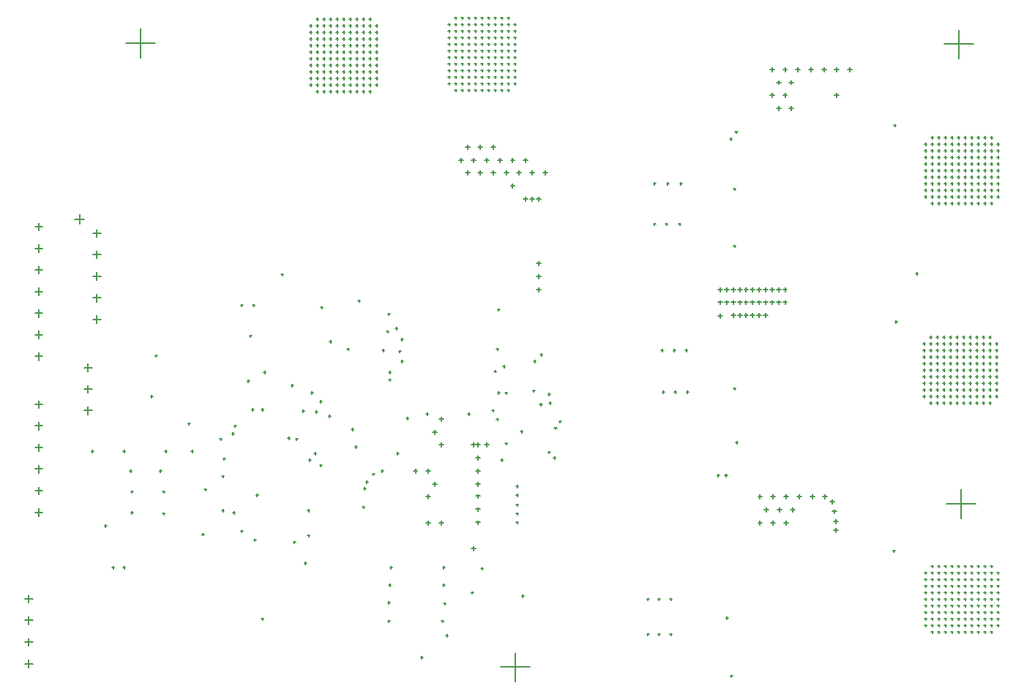
<source format=gbr>
%FSTAX23Y23*%
%MOIN*%
%SFA1B1*%

%IPPOS*%
%ADD123C,0.005000*%
%LNpcb_drillmap_1-1*%
%LPD*%
G54D123*
X06728Y0233D02*
X06861D01*
X06795Y02263D02*
Y02396D01*
X06718Y04425D02*
X06851D01*
X06785Y04358D02*
Y04491D01*
X04698Y01585D02*
X04831D01*
X04765Y01518D02*
Y01651D01*
X02993Y0443D02*
X03126D01*
X0306Y04363D02*
Y04496D01*
X02577Y02291D02*
X02612D01*
X02595Y02273D02*
Y02309D01*
X02577Y0239D02*
X02612D01*
X02595Y02372D02*
Y02407D01*
X02577Y02488D02*
X02612D01*
X02595Y0247D02*
Y02506D01*
X02577Y02586D02*
X02612D01*
X02595Y02569D02*
Y02604D01*
X02577Y02685D02*
X02612D01*
X02595Y02667D02*
Y02703D01*
X02577Y02783D02*
X02612D01*
X02595Y02765D02*
Y02801D01*
X02577Y03592D02*
X02612D01*
X02595Y03575D02*
Y0361D01*
X02577Y03494D02*
X02612D01*
X02595Y03476D02*
Y03512D01*
X02577Y03396D02*
X02612D01*
X02595Y03378D02*
Y03413D01*
X02577Y03297D02*
X02612D01*
X02595Y03279D02*
Y03315D01*
X02577Y03199D02*
X02612D01*
X02595Y03181D02*
Y03216D01*
X02577Y031D02*
X02612D01*
X02595Y03083D02*
Y03118D01*
X02577Y03002D02*
X02612D01*
X02595Y02984D02*
Y0302D01*
X02842Y03564D02*
X02877D01*
X0286Y03546D02*
Y03581D01*
X02842Y03465D02*
X02877D01*
X0286Y03448D02*
Y03483D01*
X02842Y03367D02*
X02877D01*
X0286Y03349D02*
Y03385D01*
X02842Y03268D02*
X02877D01*
X0286Y03251D02*
Y03286D01*
X02842Y0317D02*
X02877D01*
X0286Y03152D02*
Y03188D01*
X02759Y03627D02*
X02802D01*
X02781Y03605D02*
Y03648D01*
X02802Y02755D02*
X02837D01*
X0282Y02737D02*
Y02772D01*
X02802Y02853D02*
X02837D01*
X0282Y02835D02*
Y02871D01*
X02802Y02951D02*
X02837D01*
X0282Y02934D02*
Y02969D01*
X02532Y01896D02*
X02567D01*
X0255Y01879D02*
Y01914D01*
X02532Y01798D02*
X02567D01*
X0255Y0178D02*
Y01816D01*
X02532Y017D02*
X02567D01*
X0255Y01682D02*
Y01717D01*
X02532Y01601D02*
X02567D01*
X0255Y01583D02*
Y01619D01*
X03159Y02385D02*
X0317D01*
X03165Y02379D02*
Y0239D01*
X03159Y02285D02*
X0317D01*
X03165Y02279D02*
Y0229D01*
X05394Y0379D02*
X05405D01*
X054Y03784D02*
Y03795D01*
X04709Y02956D02*
X0472D01*
X04715Y0295D02*
Y02962D01*
X04669Y02934D02*
X0468D01*
X04675Y02928D02*
Y0294D01*
X04684Y02836D02*
X04695D01*
X0469Y0283D02*
Y02842D01*
X04719Y02835D02*
X0473D01*
X04725Y02829D02*
Y0284D01*
X04189Y02895D02*
X042D01*
X04195Y02889D02*
Y02901D01*
X04189Y0293D02*
X042D01*
X04195Y02924D02*
Y02935D01*
X05984Y03307D02*
X06003D01*
X05994Y03297D02*
Y03316D01*
X05954Y03248D02*
X05974D01*
X05964Y03238D02*
Y03257D01*
X05925Y03307D02*
X05944D01*
X05935Y03297D02*
Y03316D01*
X05895Y03248D02*
X05915D01*
X05905Y03238D02*
Y03257D01*
X05866Y03307D02*
X05885D01*
X05875Y03297D02*
Y03316D01*
X05836Y03248D02*
X05856D01*
X05846Y03238D02*
Y03257D01*
X05866Y03188D02*
X05885D01*
X05875Y03179D02*
Y03198D01*
X05807Y03307D02*
X05826D01*
X05816Y03297D02*
Y03316D01*
X05777Y03248D02*
X05797D01*
X05787Y03238D02*
Y03257D01*
X05807Y03188D02*
X05826D01*
X05816Y03179D02*
Y03198D01*
X05748Y03307D02*
X05767D01*
X05757Y03297D02*
Y03316D01*
X05718Y03248D02*
X05738D01*
X05728Y03238D02*
Y03257D01*
X05748Y03188D02*
X05767D01*
X05757Y03179D02*
Y03198D01*
X05688Y03307D02*
X05708D01*
X05698Y03297D02*
Y03316D01*
X04891Y03838D02*
X04911D01*
X04901Y03828D02*
Y03848D01*
X04832Y03838D02*
X04852D01*
X04842Y03828D02*
Y03848D01*
X04832Y0372D02*
X04852D01*
X04842Y0371D02*
Y0373D01*
X04862Y03425D02*
X04881D01*
X04872Y03415D02*
Y03435D01*
X04862Y03307D02*
X04881D01*
X04872Y03297D02*
Y03316D01*
X04803Y03897D02*
X04822D01*
X04812Y03887D02*
Y03907D01*
X04773Y03838D02*
X04793D01*
X04783Y03828D02*
Y03848D01*
X04744Y03897D02*
X04763D01*
X04753Y03887D02*
Y03907D01*
X04714Y03838D02*
X04734D01*
X04724Y03828D02*
Y03848D01*
X04744Y03779D02*
X04763D01*
X04753Y03769D02*
Y03789D01*
X04655Y03956D02*
X04675D01*
X04665Y03946D02*
Y03966D01*
X04685Y03897D02*
X04704D01*
X04694Y03887D02*
Y03907D01*
X04655Y03838D02*
X04675D01*
X04665Y03828D02*
Y03848D01*
X04596Y03956D02*
X04616D01*
X04606Y03946D02*
Y03966D01*
X04625Y03897D02*
X04645D01*
X04635Y03887D02*
Y03907D01*
X04596Y03838D02*
X04616D01*
X04606Y03828D02*
Y03848D01*
X04537Y03956D02*
X04557D01*
X04547Y03946D02*
Y03966D01*
X04566Y03897D02*
X04586D01*
X04576Y03887D02*
Y03907D01*
X04537Y03838D02*
X04557D01*
X04547Y03828D02*
Y03848D01*
X04566Y02125D02*
X04586D01*
X04576Y02116D02*
Y02135D01*
X04507Y03897D02*
X04527D01*
X04517Y03887D02*
Y03907D01*
X03874Y02796D02*
X03885D01*
X0388Y0279D02*
Y02802D01*
X03834Y02836D02*
X03846D01*
X0384Y0283D02*
Y02842D01*
X04939Y0254D02*
X0495D01*
X04945Y02534D02*
Y02545D01*
X04914Y02565D02*
X04925D01*
X04919Y02559D02*
Y0257D01*
X04942Y02675D02*
X04954D01*
X04948Y02669D02*
Y02681D01*
X04964Y02705D02*
X04975D01*
X0497Y02699D02*
Y0271D01*
X05719Y0246D02*
X05731D01*
X05725Y02454D02*
Y02465D01*
X05684Y0246D02*
X05695D01*
X0569Y02454D02*
Y02465D01*
X05741Y03993D02*
X05753D01*
X05747Y03987D02*
Y03999D01*
X04769Y02245D02*
X0478D01*
X04775Y02239D02*
Y0225D01*
X04769Y02285D02*
X0478D01*
X04775Y02279D02*
Y0229D01*
X04769Y02325D02*
X0478D01*
X04775Y02319D02*
Y0233D01*
X04769Y0237D02*
X0478D01*
X04775Y02364D02*
Y02375D01*
X04769Y0241D02*
X0478D01*
X04775Y02404D02*
Y02415D01*
X03554Y03095D02*
X03565D01*
X0356Y03089D02*
Y031D01*
X03619Y0293D02*
X0363D01*
X03625Y02924D02*
Y02935D01*
X03794Y02752D02*
X03805D01*
X038Y02746D02*
Y02758D01*
X03854Y0275D02*
X03865D01*
X0386Y02744D02*
Y02755D01*
X03914Y0273D02*
X03925D01*
X0392Y02724D02*
Y02735D01*
X04244Y0308D02*
X04255D01*
X0425Y03074D02*
Y03085D01*
X04659Y02755D02*
X0467D01*
X04665Y02749D02*
Y0276D01*
X04679Y02715D02*
X0469D01*
X04685Y02709D02*
Y0272D01*
X03349Y02395D02*
X0336D01*
X03355Y02389D02*
Y024D01*
X03429Y02455D02*
X0344D01*
X03435Y02449D02*
Y0246D01*
X04625Y02598D02*
X04645D01*
X04635Y02588D02*
Y02608D01*
X04566Y02598D02*
X04586D01*
X04576Y02588D02*
Y02608D01*
X05954Y03248D02*
X05974D01*
X05964Y03238D02*
Y03257D01*
X05925Y03307D02*
X05944D01*
X05935Y03297D02*
Y03316D01*
X05866Y03307D02*
X05885D01*
X05875Y03297D02*
Y03316D01*
X05836Y03248D02*
X05856D01*
X05846Y03238D02*
Y03257D01*
X05807Y03307D02*
X05826D01*
X05816Y03297D02*
Y03316D01*
X05777Y03248D02*
X05797D01*
X05787Y03238D02*
Y03257D01*
X05807Y03188D02*
X05826D01*
X05816Y03179D02*
Y03198D01*
X05748Y03307D02*
X05767D01*
X05757Y03297D02*
Y03316D01*
X05718Y03248D02*
X05738D01*
X05728Y03238D02*
Y03257D01*
X05748Y03188D02*
X05767D01*
X05757Y03179D02*
Y03198D01*
X05688Y03307D02*
X05708D01*
X05698Y03297D02*
Y03316D01*
X04832Y0372D02*
X04852D01*
X04842Y0371D02*
Y0373D01*
X04862Y03425D02*
X04881D01*
X04872Y03415D02*
Y03435D01*
X04744Y03779D02*
X04763D01*
X04753Y03769D02*
Y03789D01*
X04655Y03956D02*
X04675D01*
X04665Y03946D02*
Y03966D01*
X04655Y03838D02*
X04675D01*
X04665Y03828D02*
Y03848D01*
X04596Y03956D02*
X04616D01*
X04606Y03946D02*
Y03966D01*
X04596Y03838D02*
X04616D01*
X04606Y03828D02*
Y03848D01*
X04537Y03956D02*
X04557D01*
X04547Y03946D02*
Y03966D01*
X04566Y03897D02*
X04586D01*
X04576Y03887D02*
Y03907D01*
X04537Y03838D02*
X04557D01*
X04547Y03828D02*
Y03848D01*
X03274Y02695D02*
X03285D01*
X0328Y02689D02*
Y027D01*
X03434Y02535D02*
X03445D01*
X0344Y02529D02*
Y0254D01*
X03289Y0257D02*
X033D01*
X03294Y02564D02*
Y02575D01*
X03584Y0237D02*
X03595D01*
X0359Y02364D02*
Y02375D01*
X03574Y02165D02*
X03585D01*
X0358Y02159D02*
Y0217D01*
X03819Y02185D02*
X0383D01*
X03825Y02179D02*
Y0219D01*
X03429Y023D02*
X0344D01*
X03435Y02294D02*
Y02305D01*
X02834Y0257D02*
X02845D01*
X0284Y02564D02*
Y02575D01*
X02894Y0223D02*
X02905D01*
X029Y02224D02*
Y02235D01*
X03544Y0289D02*
X03555D01*
X0355Y02884D02*
Y02895D01*
X04449Y0173D02*
X0446D01*
X04455Y01724D02*
Y01735D01*
X04234Y03025D02*
X04245D01*
X0424Y03019D02*
Y0303D01*
X03879Y03225D02*
X0389D01*
X03885Y03219D02*
Y0323D01*
X03999Y03035D02*
X0401D01*
X04005Y03029D02*
Y0304D01*
X03919Y0307D02*
X0393D01*
X03925Y03064D02*
Y03075D01*
X04564Y01925D02*
X04575D01*
X0457Y01919D02*
Y0193D01*
X04334Y0163D02*
X04345D01*
X0434Y01624D02*
Y01635D01*
X03699Y03375D02*
X0371D01*
X03705Y03369D02*
Y0338D01*
X03514Y03235D02*
X03525D01*
X0352Y03229D02*
Y0324D01*
X03569Y03235D02*
X0358D01*
X03575Y03229D02*
Y0324D01*
X03124Y03005D02*
X03135D01*
X0313Y02999D02*
Y0301D01*
X03104Y0282D02*
X03115D01*
X0311Y02814D02*
Y02825D01*
X03337Y02191D02*
X03349D01*
X03343Y02185D02*
Y02197D01*
X03804Y0206D02*
X03815D01*
X0381Y02054D02*
Y02065D01*
X03609Y01805D02*
X0362D01*
X03615Y01799D02*
Y0181D01*
X03919Y0445D02*
X0393D01*
X03925Y04444D02*
Y04455D01*
X03949Y0445D02*
X0396D01*
X03955Y04444D02*
Y04455D01*
X03979Y0445D02*
X0399D01*
X03985Y04444D02*
Y04455D01*
X04009Y0445D02*
X0402D01*
X04015Y04444D02*
Y04455D01*
X04039Y0445D02*
X0405D01*
X04045Y04444D02*
Y04455D01*
X04039Y0442D02*
X0405D01*
X04045Y04414D02*
Y04425D01*
X04009Y0442D02*
X0402D01*
X04015Y04414D02*
Y04425D01*
X03979Y0442D02*
X0399D01*
X03985Y04414D02*
Y04425D01*
X03949Y0442D02*
X0396D01*
X03955Y04414D02*
Y04425D01*
X03919Y0442D02*
X0393D01*
X03925Y04414D02*
Y04425D01*
X03919Y0439D02*
X0393D01*
X03925Y04384D02*
Y04395D01*
X03949Y0439D02*
X0396D01*
X03955Y04384D02*
Y04395D01*
X03979Y0439D02*
X0399D01*
X03985Y04384D02*
Y04395D01*
X04009Y0439D02*
X0402D01*
X04015Y04384D02*
Y04395D01*
X04039Y0439D02*
X0405D01*
X04045Y04384D02*
Y04395D01*
X04039Y0436D02*
X0405D01*
X04045Y04354D02*
Y04365D01*
X04009Y0436D02*
X0402D01*
X04015Y04354D02*
Y04365D01*
X03979Y0436D02*
X0399D01*
X03985Y04354D02*
Y04365D01*
X03949Y0436D02*
X0396D01*
X03955Y04354D02*
Y04365D01*
X03919Y0436D02*
X0393D01*
X03925Y04354D02*
Y04365D01*
X03919Y0433D02*
X0393D01*
X03925Y04324D02*
Y04335D01*
X03949Y0433D02*
X0396D01*
X03955Y04324D02*
Y04335D01*
X03979Y0433D02*
X0399D01*
X03985Y04324D02*
Y04335D01*
X04009Y0433D02*
X0402D01*
X04015Y04324D02*
Y04335D01*
X04039Y0433D02*
X0405D01*
X04045Y04324D02*
Y04335D01*
X04039Y043D02*
X0405D01*
X04045Y04294D02*
Y04305D01*
X04009Y043D02*
X0402D01*
X04015Y04294D02*
Y04305D01*
X03979Y043D02*
X0399D01*
X03985Y04294D02*
Y04305D01*
X03949Y043D02*
X0396D01*
X03955Y04294D02*
Y04305D01*
X03919Y043D02*
X0393D01*
X03925Y04294D02*
Y04305D01*
X03919Y0427D02*
X0393D01*
X03925Y04264D02*
Y04275D01*
X03949Y0427D02*
X0396D01*
X03955Y04264D02*
Y04275D01*
X03979Y0427D02*
X0399D01*
X03985Y04264D02*
Y04275D01*
X04009Y0427D02*
X0402D01*
X04015Y04264D02*
Y04275D01*
X04039Y0427D02*
X0405D01*
X04045Y04264D02*
Y04275D01*
X04039Y0424D02*
X0405D01*
X04045Y04234D02*
Y04245D01*
X04009Y0424D02*
X0402D01*
X04015Y04234D02*
Y04245D01*
X03979Y0424D02*
X0399D01*
X03985Y04234D02*
Y04245D01*
X03949Y0424D02*
X0396D01*
X03955Y04234D02*
Y04245D01*
X03919Y0424D02*
X0393D01*
X03925Y04234D02*
Y04245D01*
X03919Y0421D02*
X0393D01*
X03925Y04204D02*
Y04215D01*
X03949Y0421D02*
X0396D01*
X03955Y04204D02*
Y04215D01*
X03979Y0421D02*
X0399D01*
X03985Y04204D02*
Y04215D01*
X04009Y0421D02*
X0402D01*
X04015Y04204D02*
Y04215D01*
X04039Y0421D02*
X0405D01*
X04045Y04204D02*
Y04215D01*
X04039Y0448D02*
X0405D01*
X04045Y04474D02*
Y04485D01*
X04009Y0448D02*
X0402D01*
X04015Y04474D02*
Y04485D01*
X03979Y0448D02*
X0399D01*
X03985Y04474D02*
Y04485D01*
X03949Y0448D02*
X0396D01*
X03955Y04474D02*
Y04485D01*
X03919Y0448D02*
X0393D01*
X03925Y04474D02*
Y04485D01*
X03919Y0451D02*
X0393D01*
X03925Y04504D02*
Y04515D01*
X03949Y0451D02*
X0396D01*
X03955Y04504D02*
Y04515D01*
X03979Y0451D02*
X0399D01*
X03985Y04504D02*
Y04515D01*
X04009Y0451D02*
X0402D01*
X04015Y04504D02*
Y04515D01*
X04039Y0454D02*
X0405D01*
X04045Y04534D02*
Y04545D01*
X04009Y0454D02*
X0402D01*
X04015Y04534D02*
Y04545D01*
X03979Y0454D02*
X0399D01*
X03985Y04534D02*
Y04545D01*
X03949Y0454D02*
X0396D01*
X03955Y04534D02*
Y04545D01*
X03919Y0454D02*
X0393D01*
X03925Y04534D02*
Y04545D01*
X04039Y0451D02*
X0405D01*
X04045Y04504D02*
Y04515D01*
X04069Y0454D02*
X0408D01*
X04075Y04534D02*
Y04545D01*
X04069Y0451D02*
X0408D01*
X04075Y04504D02*
Y04515D01*
X04069Y0448D02*
X0408D01*
X04075Y04474D02*
Y04485D01*
X04069Y0445D02*
X0408D01*
X04075Y04444D02*
Y04455D01*
X04069Y0442D02*
X0408D01*
X04075Y04414D02*
Y04425D01*
X04069Y0439D02*
X0408D01*
X04075Y04384D02*
Y04395D01*
X04069Y0436D02*
X0408D01*
X04075Y04354D02*
Y04365D01*
X04069Y0433D02*
X0408D01*
X04075Y04324D02*
Y04335D01*
X04069Y043D02*
X0408D01*
X04075Y04294D02*
Y04305D01*
X04069Y0427D02*
X0408D01*
X04075Y04264D02*
Y04275D01*
X04069Y0424D02*
X0408D01*
X04075Y04234D02*
Y04245D01*
X04069Y0421D02*
X0408D01*
X04075Y04204D02*
Y04215D01*
X04099Y0454D02*
X0411D01*
X04105Y04534D02*
Y04545D01*
X04099Y0451D02*
X0411D01*
X04105Y04504D02*
Y04515D01*
X04099Y0448D02*
X0411D01*
X04105Y04474D02*
Y04485D01*
X04099Y0445D02*
X0411D01*
X04105Y04444D02*
Y04455D01*
X04099Y0442D02*
X0411D01*
X04105Y04414D02*
Y04425D01*
X04099Y0439D02*
X0411D01*
X04105Y04384D02*
Y04395D01*
X04099Y0436D02*
X0411D01*
X04105Y04354D02*
Y04365D01*
X04099Y0433D02*
X0411D01*
X04105Y04324D02*
Y04335D01*
X04099Y043D02*
X0411D01*
X04105Y04294D02*
Y04305D01*
X04099Y0427D02*
X0411D01*
X04105Y04264D02*
Y04275D01*
X04099Y0424D02*
X0411D01*
X04105Y04234D02*
Y04245D01*
X04099Y0421D02*
X0411D01*
X04105Y04204D02*
Y04215D01*
X04129Y0451D02*
X0414D01*
X04135Y04504D02*
Y04515D01*
X04129Y0448D02*
X0414D01*
X04135Y04474D02*
Y04485D01*
X04129Y0445D02*
X0414D01*
X04135Y04444D02*
Y04455D01*
X04129Y0442D02*
X0414D01*
X04135Y04414D02*
Y04425D01*
X04129Y0439D02*
X0414D01*
X04135Y04384D02*
Y04395D01*
X04129Y0436D02*
X0414D01*
X04135Y04354D02*
Y04365D01*
X04129Y0433D02*
X0414D01*
X04135Y04324D02*
Y04335D01*
X04129Y043D02*
X0414D01*
X04135Y04294D02*
Y04305D01*
X04129Y0427D02*
X0414D01*
X04135Y04264D02*
Y04275D01*
X04129Y0424D02*
X0414D01*
X04135Y04234D02*
Y04245D01*
X03889Y0421D02*
X039D01*
X03895Y04204D02*
Y04215D01*
X03889Y0424D02*
X039D01*
X03895Y04234D02*
Y04245D01*
X03889Y0427D02*
X039D01*
X03895Y04264D02*
Y04275D01*
X03889Y043D02*
X039D01*
X03895Y04294D02*
Y04305D01*
X03889Y0433D02*
X039D01*
X03895Y04324D02*
Y04335D01*
X03889Y0436D02*
X039D01*
X03895Y04354D02*
Y04365D01*
X03889Y0439D02*
X039D01*
X03895Y04384D02*
Y04395D01*
X03889Y0442D02*
X039D01*
X03895Y04414D02*
Y04425D01*
X03889Y0445D02*
X039D01*
X03895Y04444D02*
Y04455D01*
X03889Y0448D02*
X039D01*
X03895Y04474D02*
Y04485D01*
X03889Y0451D02*
X039D01*
X03895Y04504D02*
Y04515D01*
X03889Y0454D02*
X039D01*
X03895Y04534D02*
Y04545D01*
X03859Y0454D02*
X0387D01*
X03865Y04534D02*
Y04545D01*
X03859Y0451D02*
X0387D01*
X03865Y04504D02*
Y04515D01*
X03859Y0448D02*
X0387D01*
X03865Y04474D02*
Y04485D01*
X03859Y0445D02*
X0387D01*
X03865Y04444D02*
Y04455D01*
X03859Y0442D02*
X0387D01*
X03865Y04414D02*
Y04425D01*
X03859Y0439D02*
X0387D01*
X03865Y04384D02*
Y04395D01*
X03859Y0436D02*
X0387D01*
X03865Y04354D02*
Y04365D01*
X03859Y0433D02*
X0387D01*
X03865Y04324D02*
Y04335D01*
X03859Y043D02*
X0387D01*
X03865Y04294D02*
Y04305D01*
X03859Y0427D02*
X0387D01*
X03865Y04264D02*
Y04275D01*
X03859Y0424D02*
X0387D01*
X03865Y04234D02*
Y04245D01*
X03859Y0421D02*
X0387D01*
X03865Y04204D02*
Y04215D01*
X03829Y0424D02*
X0384D01*
X03835Y04234D02*
Y04245D01*
X03829Y0427D02*
X0384D01*
X03835Y04264D02*
Y04275D01*
X03829Y043D02*
X0384D01*
X03835Y04294D02*
Y04305D01*
X03829Y0433D02*
X0384D01*
X03835Y04324D02*
Y04335D01*
X03829Y0436D02*
X0384D01*
X03835Y04354D02*
Y04365D01*
X03829Y0439D02*
X0384D01*
X03835Y04384D02*
Y04395D01*
X03829Y0442D02*
X0384D01*
X03835Y04414D02*
Y04425D01*
X03829Y0445D02*
X0384D01*
X03835Y04444D02*
Y04455D01*
X03829Y0448D02*
X0384D01*
X03835Y04474D02*
Y04485D01*
X03829Y0451D02*
X0384D01*
X03835Y04504D02*
Y04515D01*
X04459Y04515D02*
X0447D01*
X04465Y04509D02*
Y0452D01*
X04459Y04485D02*
X0447D01*
X04465Y04479D02*
Y0449D01*
X04459Y04455D02*
X0447D01*
X04465Y04449D02*
Y0446D01*
X04459Y04425D02*
X0447D01*
X04465Y04419D02*
Y0443D01*
X04459Y04395D02*
X0447D01*
X04465Y04389D02*
Y044D01*
X04459Y04365D02*
X0447D01*
X04465Y04359D02*
Y0437D01*
X04459Y04335D02*
X0447D01*
X04465Y04329D02*
Y0434D01*
X04459Y04305D02*
X0447D01*
X04465Y04299D02*
Y0431D01*
X04459Y04275D02*
X0447D01*
X04465Y04269D02*
Y0428D01*
X04459Y04245D02*
X0447D01*
X04465Y04239D02*
Y0425D01*
X04489Y04215D02*
X045D01*
X04495Y04209D02*
Y0422D01*
X04489Y04245D02*
X045D01*
X04495Y04239D02*
Y0425D01*
X04489Y04275D02*
X045D01*
X04495Y04269D02*
Y0428D01*
X04489Y04305D02*
X045D01*
X04495Y04299D02*
Y0431D01*
X04489Y04335D02*
X045D01*
X04495Y04329D02*
Y0434D01*
X04489Y04365D02*
X045D01*
X04495Y04359D02*
Y0437D01*
X04489Y04395D02*
X045D01*
X04495Y04389D02*
Y044D01*
X04489Y04425D02*
X045D01*
X04495Y04419D02*
Y0443D01*
X04489Y04455D02*
X045D01*
X04495Y04449D02*
Y0446D01*
X04489Y04485D02*
X045D01*
X04495Y04479D02*
Y0449D01*
X04489Y04515D02*
X045D01*
X04495Y04509D02*
Y0452D01*
X04489Y04545D02*
X045D01*
X04495Y04539D02*
Y0455D01*
X04519Y04545D02*
X0453D01*
X04525Y04539D02*
Y0455D01*
X04519Y04515D02*
X0453D01*
X04525Y04509D02*
Y0452D01*
X04519Y04485D02*
X0453D01*
X04525Y04479D02*
Y0449D01*
X04519Y04455D02*
X0453D01*
X04525Y04449D02*
Y0446D01*
X04519Y04425D02*
X0453D01*
X04525Y04419D02*
Y0443D01*
X04519Y04395D02*
X0453D01*
X04525Y04389D02*
Y044D01*
X04519Y04365D02*
X0453D01*
X04525Y04359D02*
Y0437D01*
X04519Y04335D02*
X0453D01*
X04525Y04329D02*
Y0434D01*
X04519Y04305D02*
X0453D01*
X04525Y04299D02*
Y0431D01*
X04519Y04275D02*
X0453D01*
X04525Y04269D02*
Y0428D01*
X04519Y04245D02*
X0453D01*
X04525Y04239D02*
Y0425D01*
X04519Y04215D02*
X0453D01*
X04525Y04209D02*
Y0422D01*
X04759Y04245D02*
X0477D01*
X04765Y04239D02*
Y0425D01*
X04759Y04275D02*
X0477D01*
X04765Y04269D02*
Y0428D01*
X04759Y04305D02*
X0477D01*
X04765Y04299D02*
Y0431D01*
X04759Y04335D02*
X0477D01*
X04765Y04329D02*
Y0434D01*
X04759Y04365D02*
X0477D01*
X04765Y04359D02*
Y0437D01*
X04759Y04395D02*
X0477D01*
X04765Y04389D02*
Y044D01*
X04759Y04425D02*
X0477D01*
X04765Y04419D02*
Y0443D01*
X04759Y04455D02*
X0477D01*
X04765Y04449D02*
Y0446D01*
X04759Y04485D02*
X0477D01*
X04765Y04479D02*
Y0449D01*
X04759Y04515D02*
X0477D01*
X04765Y04509D02*
Y0452D01*
X04729Y04215D02*
X0474D01*
X04735Y04209D02*
Y0422D01*
X04729Y04245D02*
X0474D01*
X04735Y04239D02*
Y0425D01*
X04729Y04275D02*
X0474D01*
X04735Y04269D02*
Y0428D01*
X04729Y04305D02*
X0474D01*
X04735Y04299D02*
Y0431D01*
X04729Y04335D02*
X0474D01*
X04735Y04329D02*
Y0434D01*
X04729Y04365D02*
X0474D01*
X04735Y04359D02*
Y0437D01*
X04729Y04395D02*
X0474D01*
X04735Y04389D02*
Y044D01*
X04729Y04425D02*
X0474D01*
X04735Y04419D02*
Y0443D01*
X04729Y04455D02*
X0474D01*
X04735Y04449D02*
Y0446D01*
X04729Y04485D02*
X0474D01*
X04735Y04479D02*
Y0449D01*
X04729Y04515D02*
X0474D01*
X04735Y04509D02*
Y0452D01*
X04729Y04545D02*
X0474D01*
X04735Y04539D02*
Y0455D01*
X04699Y04215D02*
X0471D01*
X04705Y04209D02*
Y0422D01*
X04699Y04245D02*
X0471D01*
X04705Y04239D02*
Y0425D01*
X04699Y04275D02*
X0471D01*
X04705Y04269D02*
Y0428D01*
X04699Y04305D02*
X0471D01*
X04705Y04299D02*
Y0431D01*
X04699Y04335D02*
X0471D01*
X04705Y04329D02*
Y0434D01*
X04699Y04365D02*
X0471D01*
X04705Y04359D02*
Y0437D01*
X04699Y04395D02*
X0471D01*
X04705Y04389D02*
Y044D01*
X04699Y04425D02*
X0471D01*
X04705Y04419D02*
Y0443D01*
X04699Y04455D02*
X0471D01*
X04705Y04449D02*
Y0446D01*
X04699Y04485D02*
X0471D01*
X04705Y04479D02*
Y0449D01*
X04699Y04515D02*
X0471D01*
X04705Y04509D02*
Y0452D01*
X04699Y04545D02*
X0471D01*
X04705Y04539D02*
Y0455D01*
X04669Y04515D02*
X0468D01*
X04675Y04509D02*
Y0452D01*
X04549Y04545D02*
X0456D01*
X04555Y04539D02*
Y0455D01*
X04579Y04545D02*
X0459D01*
X04585Y04539D02*
Y0455D01*
X04609Y04545D02*
X0462D01*
X04615Y04539D02*
Y0455D01*
X04639Y04545D02*
X0465D01*
X04645Y04539D02*
Y0455D01*
X04669Y04545D02*
X0468D01*
X04675Y04539D02*
Y0455D01*
X04639Y04515D02*
X0465D01*
X04645Y04509D02*
Y0452D01*
X04609Y04515D02*
X0462D01*
X04615Y04509D02*
Y0452D01*
X04579Y04515D02*
X0459D01*
X04585Y04509D02*
Y0452D01*
X04549Y04515D02*
X0456D01*
X04555Y04509D02*
Y0452D01*
X04549Y04485D02*
X0456D01*
X04555Y04479D02*
Y0449D01*
X04579Y04485D02*
X0459D01*
X04585Y04479D02*
Y0449D01*
X04609Y04485D02*
X0462D01*
X04615Y04479D02*
Y0449D01*
X04639Y04485D02*
X0465D01*
X04645Y04479D02*
Y0449D01*
X04669Y04485D02*
X0468D01*
X04675Y04479D02*
Y0449D01*
X04669Y04215D02*
X0468D01*
X04675Y04209D02*
Y0422D01*
X04639Y04215D02*
X0465D01*
X04645Y04209D02*
Y0422D01*
X04609Y04215D02*
X0462D01*
X04615Y04209D02*
Y0422D01*
X04579Y04215D02*
X0459D01*
X04585Y04209D02*
Y0422D01*
X04549Y04215D02*
X0456D01*
X04555Y04209D02*
Y0422D01*
X04549Y04245D02*
X0456D01*
X04555Y04239D02*
Y0425D01*
X04579Y04245D02*
X0459D01*
X04585Y04239D02*
Y0425D01*
X04609Y04245D02*
X0462D01*
X04615Y04239D02*
Y0425D01*
X04639Y04245D02*
X0465D01*
X04645Y04239D02*
Y0425D01*
X04669Y04245D02*
X0468D01*
X04675Y04239D02*
Y0425D01*
X04669Y04275D02*
X0468D01*
X04675Y04269D02*
Y0428D01*
X04639Y04275D02*
X0465D01*
X04645Y04269D02*
Y0428D01*
X04609Y04275D02*
X0462D01*
X04615Y04269D02*
Y0428D01*
X04579Y04275D02*
X0459D01*
X04585Y04269D02*
Y0428D01*
X04549Y04275D02*
X0456D01*
X04555Y04269D02*
Y0428D01*
X04549Y04305D02*
X0456D01*
X04555Y04299D02*
Y0431D01*
X04579Y04305D02*
X0459D01*
X04585Y04299D02*
Y0431D01*
X04609Y04305D02*
X0462D01*
X04615Y04299D02*
Y0431D01*
X04639Y04305D02*
X0465D01*
X04645Y04299D02*
Y0431D01*
X04669Y04305D02*
X0468D01*
X04675Y04299D02*
Y0431D01*
X04669Y04335D02*
X0468D01*
X04675Y04329D02*
Y0434D01*
X04639Y04335D02*
X0465D01*
X04645Y04329D02*
Y0434D01*
X04609Y04335D02*
X0462D01*
X04615Y04329D02*
Y0434D01*
X04579Y04335D02*
X0459D01*
X04585Y04329D02*
Y0434D01*
X04549Y04335D02*
X0456D01*
X04555Y04329D02*
Y0434D01*
X04549Y04365D02*
X0456D01*
X04555Y04359D02*
Y0437D01*
X04579Y04365D02*
X0459D01*
X04585Y04359D02*
Y0437D01*
X04609Y04365D02*
X0462D01*
X04615Y04359D02*
Y0437D01*
X04639Y04365D02*
X0465D01*
X04645Y04359D02*
Y0437D01*
X04669Y04365D02*
X0468D01*
X04675Y04359D02*
Y0437D01*
X04669Y04395D02*
X0468D01*
X04675Y04389D02*
Y044D01*
X04639Y04395D02*
X0465D01*
X04645Y04389D02*
Y044D01*
X04609Y04395D02*
X0462D01*
X04615Y04389D02*
Y044D01*
X04579Y04395D02*
X0459D01*
X04585Y04389D02*
Y044D01*
X04549Y04395D02*
X0456D01*
X04555Y04389D02*
Y044D01*
X04549Y04425D02*
X0456D01*
X04555Y04419D02*
Y0443D01*
X04579Y04425D02*
X0459D01*
X04585Y04419D02*
Y0443D01*
X04609Y04425D02*
X0462D01*
X04615Y04419D02*
Y0443D01*
X04639Y04425D02*
X0465D01*
X04645Y04419D02*
Y0443D01*
X04669Y04425D02*
X0468D01*
X04675Y04419D02*
Y0443D01*
X04669Y04455D02*
X0468D01*
X04675Y04449D02*
Y0446D01*
X04639Y04455D02*
X0465D01*
X04645Y04449D02*
Y0446D01*
X04609Y04455D02*
X0462D01*
X04615Y04449D02*
Y0446D01*
X04579Y04455D02*
X0459D01*
X04585Y04449D02*
Y0446D01*
X04549Y04455D02*
X0456D01*
X04555Y04449D02*
Y0446D01*
X06719Y0379D02*
X0673D01*
X06725Y03784D02*
Y03795D01*
X06719Y0382D02*
X0673D01*
X06725Y03814D02*
Y03825D01*
X06719Y0385D02*
X0673D01*
X06725Y03844D02*
Y03855D01*
X06719Y0388D02*
X0673D01*
X06725Y03874D02*
Y03885D01*
X06719Y0391D02*
X0673D01*
X06725Y03904D02*
Y03915D01*
X06749Y0391D02*
X0676D01*
X06755Y03904D02*
Y03915D01*
X06749Y0388D02*
X0676D01*
X06755Y03874D02*
Y03885D01*
X06749Y0385D02*
X0676D01*
X06755Y03844D02*
Y03855D01*
X06749Y0382D02*
X0676D01*
X06755Y03814D02*
Y03825D01*
X06749Y0379D02*
X0676D01*
X06755Y03784D02*
Y03795D01*
X06779Y0379D02*
X0679D01*
X06785Y03784D02*
Y03795D01*
X06779Y0382D02*
X0679D01*
X06785Y03814D02*
Y03825D01*
X06779Y0385D02*
X0679D01*
X06785Y03844D02*
Y03855D01*
X06779Y0388D02*
X0679D01*
X06785Y03874D02*
Y03885D01*
X06779Y0391D02*
X0679D01*
X06785Y03904D02*
Y03915D01*
X06809Y0391D02*
X0682D01*
X06815Y03904D02*
Y03915D01*
X06809Y0388D02*
X0682D01*
X06815Y03874D02*
Y03885D01*
X06809Y0385D02*
X0682D01*
X06815Y03844D02*
Y03855D01*
X06809Y0382D02*
X0682D01*
X06815Y03814D02*
Y03825D01*
X06809Y0379D02*
X0682D01*
X06815Y03784D02*
Y03795D01*
X06839Y0379D02*
X0685D01*
X06845Y03784D02*
Y03795D01*
X06839Y0382D02*
X0685D01*
X06845Y03814D02*
Y03825D01*
X06839Y0385D02*
X0685D01*
X06845Y03844D02*
Y03855D01*
X06839Y0388D02*
X0685D01*
X06845Y03874D02*
Y03885D01*
X06839Y0391D02*
X0685D01*
X06845Y03904D02*
Y03915D01*
X06869Y0391D02*
X0688D01*
X06875Y03904D02*
Y03915D01*
X06869Y0388D02*
X0688D01*
X06875Y03874D02*
Y03885D01*
X06869Y0385D02*
X0688D01*
X06875Y03844D02*
Y03855D01*
X06869Y0382D02*
X0688D01*
X06875Y03814D02*
Y03825D01*
X06869Y0379D02*
X0688D01*
X06875Y03784D02*
Y03795D01*
X06899Y0379D02*
X0691D01*
X06905Y03784D02*
Y03795D01*
X06899Y0382D02*
X0691D01*
X06905Y03814D02*
Y03825D01*
X06899Y0385D02*
X0691D01*
X06905Y03844D02*
Y03855D01*
X06899Y0388D02*
X0691D01*
X06905Y03874D02*
Y03885D01*
X06899Y0391D02*
X0691D01*
X06905Y03904D02*
Y03915D01*
X06929Y0391D02*
X0694D01*
X06935Y03904D02*
Y03915D01*
X06929Y0388D02*
X0694D01*
X06935Y03874D02*
Y03885D01*
X06929Y0385D02*
X0694D01*
X06935Y03844D02*
Y03855D01*
X06929Y0382D02*
X0694D01*
X06935Y03814D02*
Y03825D01*
X06929Y0379D02*
X0694D01*
X06935Y03784D02*
Y03795D01*
X06959Y0379D02*
X0697D01*
X06965Y03784D02*
Y03795D01*
X06959Y0382D02*
X0697D01*
X06965Y03814D02*
Y03825D01*
X06959Y0385D02*
X0697D01*
X06965Y03844D02*
Y03855D01*
X06959Y0388D02*
X0697D01*
X06965Y03874D02*
Y03885D01*
X06959Y0391D02*
X0697D01*
X06965Y03904D02*
Y03915D01*
X06689Y0391D02*
X067D01*
X06695Y03904D02*
Y03915D01*
X06689Y0388D02*
X067D01*
X06695Y03874D02*
Y03885D01*
X06689Y0385D02*
X067D01*
X06695Y03844D02*
Y03855D01*
X06689Y0382D02*
X067D01*
X06695Y03814D02*
Y03825D01*
X06689Y0379D02*
X067D01*
X06695Y03784D02*
Y03795D01*
X06659Y0379D02*
X0667D01*
X06665Y03784D02*
Y03795D01*
X06659Y0382D02*
X0667D01*
X06665Y03814D02*
Y03825D01*
X06659Y0385D02*
X0667D01*
X06665Y03844D02*
Y03855D01*
X06659Y0388D02*
X0667D01*
X06665Y03874D02*
Y03885D01*
X06629Y0391D02*
X0664D01*
X06635Y03904D02*
Y03915D01*
X06629Y0388D02*
X0664D01*
X06635Y03874D02*
Y03885D01*
X06629Y0385D02*
X0664D01*
X06635Y03844D02*
Y03855D01*
X06629Y0382D02*
X0664D01*
X06635Y03814D02*
Y03825D01*
X06629Y0379D02*
X0664D01*
X06635Y03784D02*
Y03795D01*
X06659Y0391D02*
X0667D01*
X06665Y03904D02*
Y03915D01*
X06629Y0394D02*
X0664D01*
X06635Y03934D02*
Y03945D01*
X06659Y0394D02*
X0667D01*
X06665Y03934D02*
Y03945D01*
X06689Y0394D02*
X067D01*
X06695Y03934D02*
Y03945D01*
X06719Y0394D02*
X0673D01*
X06725Y03934D02*
Y03945D01*
X06749Y0394D02*
X0676D01*
X06755Y03934D02*
Y03945D01*
X06779Y0394D02*
X0679D01*
X06785Y03934D02*
Y03945D01*
X06809Y0394D02*
X0682D01*
X06815Y03934D02*
Y03945D01*
X06839Y0394D02*
X0685D01*
X06845Y03934D02*
Y03945D01*
X06869Y0394D02*
X0688D01*
X06875Y03934D02*
Y03945D01*
X06899Y0394D02*
X0691D01*
X06905Y03934D02*
Y03945D01*
X06929Y0394D02*
X0694D01*
X06935Y03934D02*
Y03945D01*
X06959Y0394D02*
X0697D01*
X06965Y03934D02*
Y03945D01*
X06629Y0397D02*
X0664D01*
X06635Y03964D02*
Y03975D01*
X06659Y0397D02*
X0667D01*
X06665Y03964D02*
Y03975D01*
X06689Y0397D02*
X067D01*
X06695Y03964D02*
Y03975D01*
X06719Y0397D02*
X0673D01*
X06725Y03964D02*
Y03975D01*
X06749Y0397D02*
X0676D01*
X06755Y03964D02*
Y03975D01*
X06779Y0397D02*
X0679D01*
X06785Y03964D02*
Y03975D01*
X06809Y0397D02*
X0682D01*
X06815Y03964D02*
Y03975D01*
X06839Y0397D02*
X0685D01*
X06845Y03964D02*
Y03975D01*
X06869Y0397D02*
X0688D01*
X06875Y03964D02*
Y03975D01*
X06899Y0397D02*
X0691D01*
X06905Y03964D02*
Y03975D01*
X06929Y0397D02*
X0694D01*
X06935Y03964D02*
Y03975D01*
X06959Y0397D02*
X0697D01*
X06965Y03964D02*
Y03975D01*
X06659Y04D02*
X0667D01*
X06665Y03994D02*
Y04005D01*
X06689Y04D02*
X067D01*
X06695Y03994D02*
Y04005D01*
X06719Y04D02*
X0673D01*
X06725Y03994D02*
Y04005D01*
X06749Y04D02*
X0676D01*
X06755Y03994D02*
Y04005D01*
X06779Y04D02*
X0679D01*
X06785Y03994D02*
Y04005D01*
X06809Y04D02*
X0682D01*
X06815Y03994D02*
Y04005D01*
X06839Y04D02*
X0685D01*
X06845Y03994D02*
Y04005D01*
X06869Y04D02*
X0688D01*
X06875Y03994D02*
Y04005D01*
X06899Y04D02*
X0691D01*
X06905Y03994D02*
Y04005D01*
X06929Y04D02*
X0694D01*
X06935Y03994D02*
Y04005D01*
X06959Y0376D02*
X0697D01*
X06965Y03754D02*
Y03765D01*
X06929Y0376D02*
X0694D01*
X06935Y03754D02*
Y03765D01*
X06899Y0376D02*
X0691D01*
X06905Y03754D02*
Y03765D01*
X06869Y0376D02*
X0688D01*
X06875Y03754D02*
Y03765D01*
X06839Y0376D02*
X0685D01*
X06845Y03754D02*
Y03765D01*
X06809Y0376D02*
X0682D01*
X06815Y03754D02*
Y03765D01*
X06779Y0376D02*
X0679D01*
X06785Y03754D02*
Y03765D01*
X06749Y0376D02*
X0676D01*
X06755Y03754D02*
Y03765D01*
X06719Y0376D02*
X0673D01*
X06725Y03754D02*
Y03765D01*
X06689Y0376D02*
X067D01*
X06695Y03754D02*
Y03765D01*
X06659Y0376D02*
X0667D01*
X06665Y03754D02*
Y03765D01*
X06629Y0376D02*
X0664D01*
X06635Y03754D02*
Y03765D01*
X06629Y0373D02*
X0664D01*
X06635Y03724D02*
Y03735D01*
X06659Y0373D02*
X0667D01*
X06665Y03724D02*
Y03735D01*
X06689Y0373D02*
X067D01*
X06695Y03724D02*
Y03735D01*
X06719Y0373D02*
X0673D01*
X06725Y03724D02*
Y03735D01*
X06749Y0373D02*
X0676D01*
X06755Y03724D02*
Y03735D01*
X06779Y0373D02*
X0679D01*
X06785Y03724D02*
Y03735D01*
X06809Y0373D02*
X0682D01*
X06815Y03724D02*
Y03735D01*
X06839Y0373D02*
X0685D01*
X06845Y03724D02*
Y03735D01*
X06869Y0373D02*
X0688D01*
X06875Y03724D02*
Y03735D01*
X06899Y0373D02*
X0691D01*
X06905Y03724D02*
Y03735D01*
X06929Y0373D02*
X0694D01*
X06935Y03724D02*
Y03735D01*
X06959Y0373D02*
X0697D01*
X06965Y03724D02*
Y03735D01*
X06929Y037D02*
X0694D01*
X06935Y03694D02*
Y03705D01*
X06899Y037D02*
X0691D01*
X06905Y03694D02*
Y03705D01*
X06869Y037D02*
X0688D01*
X06875Y03694D02*
Y03705D01*
X06839Y037D02*
X0685D01*
X06845Y03694D02*
Y03705D01*
X06809Y037D02*
X0682D01*
X06815Y03694D02*
Y03705D01*
X06779Y037D02*
X0679D01*
X06785Y03694D02*
Y03705D01*
X06749Y037D02*
X0676D01*
X06755Y03694D02*
Y03705D01*
X06719Y037D02*
X0673D01*
X06725Y03694D02*
Y03705D01*
X06689Y037D02*
X067D01*
X06695Y03694D02*
Y03705D01*
X06659Y037D02*
X0667D01*
X06665Y03694D02*
Y03705D01*
X06651Y0279D02*
X06663D01*
X06657Y02784D02*
Y02795D01*
X06681Y0279D02*
X06693D01*
X06687Y02784D02*
Y02795D01*
X06711Y0279D02*
X06723D01*
X06717Y02784D02*
Y02795D01*
X06741Y0279D02*
X06753D01*
X06747Y02784D02*
Y02795D01*
X06771Y0279D02*
X06783D01*
X06777Y02784D02*
Y02795D01*
X06801Y0279D02*
X06813D01*
X06807Y02784D02*
Y02795D01*
X06831Y0279D02*
X06843D01*
X06837Y02784D02*
Y02795D01*
X06861Y0279D02*
X06873D01*
X06867Y02784D02*
Y02795D01*
X06891Y0279D02*
X06903D01*
X06897Y02784D02*
Y02795D01*
X06921Y0279D02*
X06933D01*
X06927Y02784D02*
Y02795D01*
X06951Y0282D02*
X06963D01*
X06957Y02814D02*
Y02825D01*
X06921Y0282D02*
X06933D01*
X06927Y02814D02*
Y02825D01*
X06891Y0282D02*
X06903D01*
X06897Y02814D02*
Y02825D01*
X06861Y0282D02*
X06873D01*
X06867Y02814D02*
Y02825D01*
X06831Y0282D02*
X06843D01*
X06837Y02814D02*
Y02825D01*
X06801Y0282D02*
X06813D01*
X06807Y02814D02*
Y02825D01*
X06771Y0282D02*
X06783D01*
X06777Y02814D02*
Y02825D01*
X06741Y0282D02*
X06753D01*
X06747Y02814D02*
Y02825D01*
X06711Y0282D02*
X06723D01*
X06717Y02814D02*
Y02825D01*
X06681Y0282D02*
X06693D01*
X06687Y02814D02*
Y02825D01*
X06651Y0282D02*
X06663D01*
X06657Y02814D02*
Y02825D01*
X06621Y0282D02*
X06633D01*
X06627Y02814D02*
Y02825D01*
X06621Y0285D02*
X06633D01*
X06627Y02844D02*
Y02855D01*
X06651Y0285D02*
X06663D01*
X06657Y02844D02*
Y02855D01*
X06681Y0285D02*
X06693D01*
X06687Y02844D02*
Y02855D01*
X06711Y0285D02*
X06723D01*
X06717Y02844D02*
Y02855D01*
X06741Y0285D02*
X06753D01*
X06747Y02844D02*
Y02855D01*
X06771Y0285D02*
X06783D01*
X06777Y02844D02*
Y02855D01*
X06801Y0285D02*
X06813D01*
X06807Y02844D02*
Y02855D01*
X06831Y0285D02*
X06843D01*
X06837Y02844D02*
Y02855D01*
X06861Y0285D02*
X06873D01*
X06867Y02844D02*
Y02855D01*
X06891Y0285D02*
X06903D01*
X06897Y02844D02*
Y02855D01*
X06921Y0285D02*
X06933D01*
X06927Y02844D02*
Y02855D01*
X06951Y0285D02*
X06963D01*
X06957Y02844D02*
Y02855D01*
X06921Y0309D02*
X06933D01*
X06927Y03084D02*
Y03095D01*
X06891Y0309D02*
X06903D01*
X06897Y03084D02*
Y03095D01*
X06861Y0309D02*
X06873D01*
X06867Y03084D02*
Y03095D01*
X06831Y0309D02*
X06843D01*
X06837Y03084D02*
Y03095D01*
X06801Y0309D02*
X06813D01*
X06807Y03084D02*
Y03095D01*
X06771Y0309D02*
X06783D01*
X06777Y03084D02*
Y03095D01*
X06741Y0309D02*
X06753D01*
X06747Y03084D02*
Y03095D01*
X06711Y0309D02*
X06723D01*
X06717Y03084D02*
Y03095D01*
X06681Y0309D02*
X06693D01*
X06687Y03084D02*
Y03095D01*
X06651Y0309D02*
X06663D01*
X06657Y03084D02*
Y03095D01*
X06951Y0306D02*
X06963D01*
X06957Y03054D02*
Y03065D01*
X06921Y0306D02*
X06933D01*
X06927Y03054D02*
Y03065D01*
X06891Y0306D02*
X06903D01*
X06897Y03054D02*
Y03065D01*
X06861Y0306D02*
X06873D01*
X06867Y03054D02*
Y03065D01*
X06831Y0306D02*
X06843D01*
X06837Y03054D02*
Y03065D01*
X06801Y0306D02*
X06813D01*
X06807Y03054D02*
Y03065D01*
X06771Y0306D02*
X06783D01*
X06777Y03054D02*
Y03065D01*
X06741Y0306D02*
X06753D01*
X06747Y03054D02*
Y03065D01*
X06711Y0306D02*
X06723D01*
X06717Y03054D02*
Y03065D01*
X06681Y0306D02*
X06693D01*
X06687Y03054D02*
Y03065D01*
X06651Y0306D02*
X06663D01*
X06657Y03054D02*
Y03065D01*
X06621Y0306D02*
X06633D01*
X06627Y03054D02*
Y03065D01*
X06951Y0303D02*
X06963D01*
X06957Y03024D02*
Y03035D01*
X06921Y0303D02*
X06933D01*
X06927Y03024D02*
Y03035D01*
X06891Y0303D02*
X06903D01*
X06897Y03024D02*
Y03035D01*
X06861Y0303D02*
X06873D01*
X06867Y03024D02*
Y03035D01*
X06831Y0303D02*
X06843D01*
X06837Y03024D02*
Y03035D01*
X06801Y0303D02*
X06813D01*
X06807Y03024D02*
Y03035D01*
X06771Y0303D02*
X06783D01*
X06777Y03024D02*
Y03035D01*
X06741Y0303D02*
X06753D01*
X06747Y03024D02*
Y03035D01*
X06711Y0303D02*
X06723D01*
X06717Y03024D02*
Y03035D01*
X06681Y0303D02*
X06693D01*
X06687Y03024D02*
Y03035D01*
X06651Y0303D02*
X06663D01*
X06657Y03024D02*
Y03035D01*
X06621Y0303D02*
X06633D01*
X06627Y03024D02*
Y03035D01*
X06651Y03D02*
X06663D01*
X06657Y02994D02*
Y03005D01*
X06621Y0288D02*
X06633D01*
X06627Y02874D02*
Y02885D01*
X06621Y0291D02*
X06633D01*
X06627Y02904D02*
Y02915D01*
X06621Y0294D02*
X06633D01*
X06627Y02934D02*
Y02945D01*
X06621Y0297D02*
X06633D01*
X06627Y02964D02*
Y02975D01*
X06621Y03D02*
X06633D01*
X06627Y02994D02*
Y03005D01*
X06651Y0297D02*
X06663D01*
X06657Y02964D02*
Y02975D01*
X06651Y0294D02*
X06663D01*
X06657Y02934D02*
Y02945D01*
X06651Y0291D02*
X06663D01*
X06657Y02904D02*
Y02915D01*
X06651Y0288D02*
X06663D01*
X06657Y02874D02*
Y02885D01*
X06681Y0288D02*
X06693D01*
X06687Y02874D02*
Y02885D01*
X06681Y0291D02*
X06693D01*
X06687Y02904D02*
Y02915D01*
X06681Y0294D02*
X06693D01*
X06687Y02934D02*
Y02945D01*
X06681Y0297D02*
X06693D01*
X06687Y02964D02*
Y02975D01*
X06681Y03D02*
X06693D01*
X06687Y02994D02*
Y03005D01*
X06951Y03D02*
X06963D01*
X06957Y02994D02*
Y03005D01*
X06951Y0297D02*
X06963D01*
X06957Y02964D02*
Y02975D01*
X06951Y0294D02*
X06963D01*
X06957Y02934D02*
Y02945D01*
X06951Y0291D02*
X06963D01*
X06957Y02904D02*
Y02915D01*
X06951Y0288D02*
X06963D01*
X06957Y02874D02*
Y02885D01*
X06921Y0288D02*
X06933D01*
X06927Y02874D02*
Y02885D01*
X06921Y0291D02*
X06933D01*
X06927Y02904D02*
Y02915D01*
X06921Y0294D02*
X06933D01*
X06927Y02934D02*
Y02945D01*
X06921Y0297D02*
X06933D01*
X06927Y02964D02*
Y02975D01*
X06921Y03D02*
X06933D01*
X06927Y02994D02*
Y03005D01*
X06891Y03D02*
X06903D01*
X06897Y02994D02*
Y03005D01*
X06891Y0297D02*
X06903D01*
X06897Y02964D02*
Y02975D01*
X06891Y0294D02*
X06903D01*
X06897Y02934D02*
Y02945D01*
X06891Y0291D02*
X06903D01*
X06897Y02904D02*
Y02915D01*
X06891Y0288D02*
X06903D01*
X06897Y02874D02*
Y02885D01*
X06861Y0288D02*
X06873D01*
X06867Y02874D02*
Y02885D01*
X06861Y0291D02*
X06873D01*
X06867Y02904D02*
Y02915D01*
X06861Y0294D02*
X06873D01*
X06867Y02934D02*
Y02945D01*
X06861Y0297D02*
X06873D01*
X06867Y02964D02*
Y02975D01*
X06861Y03D02*
X06873D01*
X06867Y02994D02*
Y03005D01*
X06831Y03D02*
X06843D01*
X06837Y02994D02*
Y03005D01*
X06831Y0297D02*
X06843D01*
X06837Y02964D02*
Y02975D01*
X06831Y0294D02*
X06843D01*
X06837Y02934D02*
Y02945D01*
X06831Y0291D02*
X06843D01*
X06837Y02904D02*
Y02915D01*
X06831Y0288D02*
X06843D01*
X06837Y02874D02*
Y02885D01*
X06801Y0288D02*
X06813D01*
X06807Y02874D02*
Y02885D01*
X06801Y0291D02*
X06813D01*
X06807Y02904D02*
Y02915D01*
X06801Y0294D02*
X06813D01*
X06807Y02934D02*
Y02945D01*
X06801Y0297D02*
X06813D01*
X06807Y02964D02*
Y02975D01*
X06801Y03D02*
X06813D01*
X06807Y02994D02*
Y03005D01*
X06771Y03D02*
X06783D01*
X06777Y02994D02*
Y03005D01*
X06771Y0297D02*
X06783D01*
X06777Y02964D02*
Y02975D01*
X06771Y0294D02*
X06783D01*
X06777Y02934D02*
Y02945D01*
X06771Y0291D02*
X06783D01*
X06777Y02904D02*
Y02915D01*
X06771Y0288D02*
X06783D01*
X06777Y02874D02*
Y02885D01*
X06741Y0288D02*
X06753D01*
X06747Y02874D02*
Y02885D01*
X06741Y0291D02*
X06753D01*
X06747Y02904D02*
Y02915D01*
X06741Y0294D02*
X06753D01*
X06747Y02934D02*
Y02945D01*
X06741Y0297D02*
X06753D01*
X06747Y02964D02*
Y02975D01*
X06741Y03D02*
X06753D01*
X06747Y02994D02*
Y03005D01*
X06711Y03D02*
X06723D01*
X06717Y02994D02*
Y03005D01*
X06711Y0297D02*
X06723D01*
X06717Y02964D02*
Y02975D01*
X06711Y0294D02*
X06723D01*
X06717Y02934D02*
Y02945D01*
X06711Y0291D02*
X06723D01*
X06717Y02904D02*
Y02915D01*
X06711Y0288D02*
X06723D01*
X06717Y02874D02*
Y02885D01*
X06719Y01835D02*
X0673D01*
X06725Y01829D02*
Y0184D01*
X06719Y01865D02*
X0673D01*
X06725Y01859D02*
Y0187D01*
X06719Y01895D02*
X0673D01*
X06725Y01889D02*
Y019D01*
X06719Y01925D02*
X0673D01*
X06725Y01919D02*
Y0193D01*
X06719Y01955D02*
X0673D01*
X06725Y01949D02*
Y0196D01*
X06749Y01955D02*
X0676D01*
X06755Y01949D02*
Y0196D01*
X06749Y01925D02*
X0676D01*
X06755Y01919D02*
Y0193D01*
X06749Y01895D02*
X0676D01*
X06755Y01889D02*
Y019D01*
X06749Y01865D02*
X0676D01*
X06755Y01859D02*
Y0187D01*
X06749Y01835D02*
X0676D01*
X06755Y01829D02*
Y0184D01*
X06779Y01835D02*
X0679D01*
X06785Y01829D02*
Y0184D01*
X06779Y01865D02*
X0679D01*
X06785Y01859D02*
Y0187D01*
X06779Y01895D02*
X0679D01*
X06785Y01889D02*
Y019D01*
X06779Y01925D02*
X0679D01*
X06785Y01919D02*
Y0193D01*
X06779Y01955D02*
X0679D01*
X06785Y01949D02*
Y0196D01*
X06809Y01955D02*
X0682D01*
X06815Y01949D02*
Y0196D01*
X06809Y01925D02*
X0682D01*
X06815Y01919D02*
Y0193D01*
X06809Y01895D02*
X0682D01*
X06815Y01889D02*
Y019D01*
X06809Y01865D02*
X0682D01*
X06815Y01859D02*
Y0187D01*
X06809Y01835D02*
X0682D01*
X06815Y01829D02*
Y0184D01*
X06839Y01835D02*
X0685D01*
X06845Y01829D02*
Y0184D01*
X06839Y01865D02*
X0685D01*
X06845Y01859D02*
Y0187D01*
X06839Y01895D02*
X0685D01*
X06845Y01889D02*
Y019D01*
X06839Y01925D02*
X0685D01*
X06845Y01919D02*
Y0193D01*
X06839Y01955D02*
X0685D01*
X06845Y01949D02*
Y0196D01*
X06869Y01955D02*
X0688D01*
X06875Y01949D02*
Y0196D01*
X06869Y01925D02*
X0688D01*
X06875Y01919D02*
Y0193D01*
X06869Y01895D02*
X0688D01*
X06875Y01889D02*
Y019D01*
X06869Y01865D02*
X0688D01*
X06875Y01859D02*
Y0187D01*
X06869Y01835D02*
X0688D01*
X06875Y01829D02*
Y0184D01*
X06899Y01835D02*
X0691D01*
X06905Y01829D02*
Y0184D01*
X06899Y01865D02*
X0691D01*
X06905Y01859D02*
Y0187D01*
X06899Y01895D02*
X0691D01*
X06905Y01889D02*
Y019D01*
X06899Y01925D02*
X0691D01*
X06905Y01919D02*
Y0193D01*
X06899Y01955D02*
X0691D01*
X06905Y01949D02*
Y0196D01*
X06929Y01955D02*
X0694D01*
X06935Y01949D02*
Y0196D01*
X06929Y01925D02*
X0694D01*
X06935Y01919D02*
Y0193D01*
X06929Y01895D02*
X0694D01*
X06935Y01889D02*
Y019D01*
X06929Y01865D02*
X0694D01*
X06935Y01859D02*
Y0187D01*
X06929Y01835D02*
X0694D01*
X06935Y01829D02*
Y0184D01*
X06959Y01835D02*
X0697D01*
X06965Y01829D02*
Y0184D01*
X06959Y01865D02*
X0697D01*
X06965Y01859D02*
Y0187D01*
X06959Y01895D02*
X0697D01*
X06965Y01889D02*
Y019D01*
X06959Y01925D02*
X0697D01*
X06965Y01919D02*
Y0193D01*
X06959Y01955D02*
X0697D01*
X06965Y01949D02*
Y0196D01*
X06689Y01955D02*
X067D01*
X06695Y01949D02*
Y0196D01*
X06689Y01925D02*
X067D01*
X06695Y01919D02*
Y0193D01*
X06689Y01895D02*
X067D01*
X06695Y01889D02*
Y019D01*
X06689Y01865D02*
X067D01*
X06695Y01859D02*
Y0187D01*
X06689Y01835D02*
X067D01*
X06695Y01829D02*
Y0184D01*
X06659Y01835D02*
X0667D01*
X06665Y01829D02*
Y0184D01*
X06659Y01865D02*
X0667D01*
X06665Y01859D02*
Y0187D01*
X06659Y01895D02*
X0667D01*
X06665Y01889D02*
Y019D01*
X06659Y01925D02*
X0667D01*
X06665Y01919D02*
Y0193D01*
X06629Y01955D02*
X0664D01*
X06635Y01949D02*
Y0196D01*
X06629Y01925D02*
X0664D01*
X06635Y01919D02*
Y0193D01*
X06629Y01895D02*
X0664D01*
X06635Y01889D02*
Y019D01*
X06629Y01865D02*
X0664D01*
X06635Y01859D02*
Y0187D01*
X06629Y01835D02*
X0664D01*
X06635Y01829D02*
Y0184D01*
X06659Y01955D02*
X0667D01*
X06665Y01949D02*
Y0196D01*
X06629Y01985D02*
X0664D01*
X06635Y01979D02*
Y0199D01*
X06659Y01985D02*
X0667D01*
X06665Y01979D02*
Y0199D01*
X06689Y01985D02*
X067D01*
X06695Y01979D02*
Y0199D01*
X06719Y01985D02*
X0673D01*
X06725Y01979D02*
Y0199D01*
X06749Y01985D02*
X0676D01*
X06755Y01979D02*
Y0199D01*
X06779Y01985D02*
X0679D01*
X06785Y01979D02*
Y0199D01*
X06809Y01985D02*
X0682D01*
X06815Y01979D02*
Y0199D01*
X06839Y01985D02*
X0685D01*
X06845Y01979D02*
Y0199D01*
X06869Y01985D02*
X0688D01*
X06875Y01979D02*
Y0199D01*
X06899Y01985D02*
X0691D01*
X06905Y01979D02*
Y0199D01*
X06929Y01985D02*
X0694D01*
X06935Y01979D02*
Y0199D01*
X06959Y01985D02*
X0697D01*
X06965Y01979D02*
Y0199D01*
X06629Y02015D02*
X0664D01*
X06635Y02009D02*
Y0202D01*
X06659Y02015D02*
X0667D01*
X06665Y02009D02*
Y0202D01*
X06689Y02015D02*
X067D01*
X06695Y02009D02*
Y0202D01*
X06719Y02015D02*
X0673D01*
X06725Y02009D02*
Y0202D01*
X06749Y02015D02*
X0676D01*
X06755Y02009D02*
Y0202D01*
X06779Y02015D02*
X0679D01*
X06785Y02009D02*
Y0202D01*
X06809Y02015D02*
X0682D01*
X06815Y02009D02*
Y0202D01*
X06839Y02015D02*
X0685D01*
X06845Y02009D02*
Y0202D01*
X06869Y02015D02*
X0688D01*
X06875Y02009D02*
Y0202D01*
X06899Y02015D02*
X0691D01*
X06905Y02009D02*
Y0202D01*
X06929Y02015D02*
X0694D01*
X06935Y02009D02*
Y0202D01*
X06959Y02015D02*
X0697D01*
X06965Y02009D02*
Y0202D01*
X06659Y02045D02*
X0667D01*
X06665Y02039D02*
Y0205D01*
X06689Y02045D02*
X067D01*
X06695Y02039D02*
Y0205D01*
X06719Y02045D02*
X0673D01*
X06725Y02039D02*
Y0205D01*
X06749Y02045D02*
X0676D01*
X06755Y02039D02*
Y0205D01*
X06779Y02045D02*
X0679D01*
X06785Y02039D02*
Y0205D01*
X06809Y02045D02*
X0682D01*
X06815Y02039D02*
Y0205D01*
X06839Y02045D02*
X0685D01*
X06845Y02039D02*
Y0205D01*
X06869Y02045D02*
X0688D01*
X06875Y02039D02*
Y0205D01*
X06899Y02045D02*
X0691D01*
X06905Y02039D02*
Y0205D01*
X06929Y02045D02*
X0694D01*
X06935Y02039D02*
Y0205D01*
X06959Y01805D02*
X0697D01*
X06965Y01799D02*
Y0181D01*
X06929Y01805D02*
X0694D01*
X06935Y01799D02*
Y0181D01*
X06899Y01805D02*
X0691D01*
X06905Y01799D02*
Y0181D01*
X06869Y01805D02*
X0688D01*
X06875Y01799D02*
Y0181D01*
X06839Y01805D02*
X0685D01*
X06845Y01799D02*
Y0181D01*
X06809Y01805D02*
X0682D01*
X06815Y01799D02*
Y0181D01*
X06779Y01805D02*
X0679D01*
X06785Y01799D02*
Y0181D01*
X06749Y01805D02*
X0676D01*
X06755Y01799D02*
Y0181D01*
X06719Y01805D02*
X0673D01*
X06725Y01799D02*
Y0181D01*
X06689Y01805D02*
X067D01*
X06695Y01799D02*
Y0181D01*
X06659Y01805D02*
X0667D01*
X06665Y01799D02*
Y0181D01*
X06629Y01805D02*
X0664D01*
X06635Y01799D02*
Y0181D01*
X06629Y01775D02*
X0664D01*
X06635Y01769D02*
Y0178D01*
X06659Y01775D02*
X0667D01*
X06665Y01769D02*
Y0178D01*
X06689Y01775D02*
X067D01*
X06695Y01769D02*
Y0178D01*
X06719Y01775D02*
X0673D01*
X06725Y01769D02*
Y0178D01*
X06749Y01775D02*
X0676D01*
X06755Y01769D02*
Y0178D01*
X06779Y01775D02*
X0679D01*
X06785Y01769D02*
Y0178D01*
X06809Y01775D02*
X0682D01*
X06815Y01769D02*
Y0178D01*
X06839Y01775D02*
X0685D01*
X06845Y01769D02*
Y0178D01*
X06869Y01775D02*
X0688D01*
X06875Y01769D02*
Y0178D01*
X06899Y01775D02*
X0691D01*
X06905Y01769D02*
Y0178D01*
X06929Y01775D02*
X0694D01*
X06935Y01769D02*
Y0178D01*
X06959Y01775D02*
X0697D01*
X06965Y01769D02*
Y0178D01*
X06929Y01745D02*
X0694D01*
X06935Y01739D02*
Y0175D01*
X06899Y01745D02*
X0691D01*
X06905Y01739D02*
Y0175D01*
X06869Y01745D02*
X0688D01*
X06875Y01739D02*
Y0175D01*
X06839Y01745D02*
X0685D01*
X06845Y01739D02*
Y0175D01*
X06809Y01745D02*
X0682D01*
X06815Y01739D02*
Y0175D01*
X06779Y01745D02*
X0679D01*
X06785Y01739D02*
Y0175D01*
X06749Y01745D02*
X0676D01*
X06755Y01739D02*
Y0175D01*
X06719Y01745D02*
X0673D01*
X06725Y01739D02*
Y0175D01*
X06689Y01745D02*
X067D01*
X06695Y01739D02*
Y0175D01*
X06659Y01745D02*
X0667D01*
X06665Y01739D02*
Y0175D01*
X04269Y0272D02*
X0428D01*
X04275Y02714D02*
Y02725D01*
X05954Y03307D02*
X05974D01*
X05964Y03297D02*
Y03316D01*
X05984Y03248D02*
X06003D01*
X05994Y03238D02*
Y03257D01*
X05895Y03307D02*
X05915D01*
X05905Y03297D02*
Y03316D01*
X05925Y03248D02*
X05944D01*
X05935Y03238D02*
Y03257D01*
X05895Y03188D02*
X05915D01*
X05905Y03179D02*
Y03198D01*
X05836Y03307D02*
X05856D01*
X05846Y03297D02*
Y03316D01*
X05866Y03248D02*
X05885D01*
X05875Y03238D02*
Y03257D01*
X05836Y03188D02*
X05856D01*
X05846Y03179D02*
Y03198D01*
X05777Y03307D02*
X05797D01*
X05787Y03297D02*
Y03316D01*
X05807Y03248D02*
X05826D01*
X05816Y03238D02*
Y03257D01*
X05777Y03188D02*
X05797D01*
X05787Y03179D02*
Y03198D01*
X05718Y03307D02*
X05738D01*
X05728Y03297D02*
Y03316D01*
X05748Y03248D02*
X05767D01*
X05757Y03238D02*
Y03257D01*
X05688Y03248D02*
X05708D01*
X05698Y03238D02*
Y03257D01*
X04862Y0372D02*
X04881D01*
X04872Y0371D02*
Y0373D01*
X04862Y03366D02*
X04881D01*
X04872Y03356D02*
Y03375D01*
X04803Y0372D02*
X04822D01*
X04812Y0371D02*
Y0373D01*
X04419Y02716D02*
X04438D01*
X04429Y02706D02*
Y02726D01*
X04419Y02598D02*
X04438D01*
X04429Y02588D02*
Y02608D01*
X04419Y02244D02*
X04438D01*
X04429Y02234D02*
Y02253D01*
X04389Y02657D02*
X04409D01*
X04399Y02647D02*
Y02667D01*
X0436Y0248D02*
X04379D01*
X0437Y0247D02*
Y0249D01*
X04389Y02421D02*
X04409D01*
X04399Y02411D02*
Y02431D01*
X0436Y02362D02*
X04379D01*
X0437Y02352D02*
Y02372D01*
X0436Y02244D02*
X04379D01*
X0437Y02234D02*
Y02253D01*
X04301Y0248D02*
X0432D01*
X04311Y0247D02*
Y0249D01*
X04069Y02315D02*
X0408D01*
X04075Y02309D02*
Y0232D01*
X04879Y0301D02*
X0489D01*
X04885Y03004D02*
Y03015D01*
X04244Y0298D02*
X04255D01*
X0425Y02974D02*
Y02985D01*
X04609Y02035D02*
X0462D01*
X04615Y02029D02*
Y0204D01*
X04794Y0191D02*
X04805D01*
X048Y01904D02*
Y01915D01*
X04429Y01795D02*
X0444D01*
X04435Y01789D02*
Y018D01*
X04439Y01875D02*
X0445D01*
X04445Y01869D02*
Y0188D01*
X04184Y0188D02*
X04195D01*
X0419Y01874D02*
Y01885D01*
X04194Y0204D02*
X04205D01*
X042Y02034D02*
Y02045D01*
X04189Y0196D02*
X042D01*
X04195Y01954D02*
Y01965D01*
X04434Y0204D02*
X04445D01*
X0444Y02034D02*
Y02045D01*
X04434Y0196D02*
X04445D01*
X0444Y01954D02*
Y01965D01*
X04684Y03215D02*
X04695D01*
X0469Y03209D02*
Y0322D01*
X04679Y03035D02*
X0469D01*
X04685Y03029D02*
Y0304D01*
X04154Y0248D02*
X04165D01*
X0416Y02474D02*
Y02485D01*
X04114Y02465D02*
X04125D01*
X0412Y02459D02*
Y0247D01*
X04084Y0243D02*
X04095D01*
X0409Y02424D02*
Y02435D01*
X04074Y024D02*
X04085D01*
X0408Y02394D02*
Y02405D01*
X03824Y0253D02*
X03835D01*
X0383Y02524D02*
Y02535D01*
X03474Y0265D02*
X03485D01*
X0348Y02644D02*
Y02655D01*
X03484Y02685D02*
X03495D01*
X0349Y02679D02*
Y0269D01*
X03849Y0256D02*
X0386D01*
X03855Y02554D02*
Y02565D01*
X03729Y0263D02*
X0374D01*
X03735Y02624D02*
Y02635D01*
X03764Y02625D02*
X03775D01*
X0377Y02619D02*
Y0263D01*
X03874Y02505D02*
X03885D01*
X0388Y02499D02*
Y0251D01*
X03564Y0276D02*
X03575D01*
X0357Y02754D02*
Y02765D01*
X03609Y0276D02*
X0362D01*
X03615Y02754D02*
Y02765D01*
X03419Y02625D02*
X0343D01*
X03425Y02619D02*
Y0263D01*
X03754Y02155D02*
X03765D01*
X0376Y02149D02*
Y0216D01*
X05414Y01895D02*
X05425D01*
X0542Y01889D02*
Y019D01*
X05469Y01895D02*
X0548D01*
X05475Y01889D02*
Y019D01*
X05454Y0379D02*
X05465D01*
X0546Y03784D02*
Y03795D01*
X05514Y0379D02*
X05525D01*
X0552Y03784D02*
Y03795D01*
X05509Y03605D02*
X0552D01*
X05515Y03599D02*
Y0361D01*
X05449Y03605D02*
X0546D01*
X05455Y03599D02*
Y0361D01*
X05394Y03605D02*
X05405D01*
X054Y03599D02*
Y0361D01*
X05539Y0303D02*
X0555D01*
X05545Y03024D02*
Y03035D01*
X05484Y0303D02*
X05495D01*
X0549Y03024D02*
Y03035D01*
X05429Y0303D02*
X0544D01*
X05435Y03024D02*
Y03035D01*
X05544Y0284D02*
X05555D01*
X0555Y02834D02*
Y02845D01*
X05489Y0284D02*
X055D01*
X05495Y02834D02*
Y02845D01*
X05434Y0284D02*
X05445D01*
X0544Y02834D02*
Y02845D01*
X05364Y01735D02*
X05375D01*
X0537Y01729D02*
Y0174D01*
X05414Y01735D02*
X05425D01*
X0542Y01729D02*
Y0174D01*
X05469Y01735D02*
X0548D01*
X05475Y01729D02*
Y0174D01*
X05364Y01895D02*
X05375D01*
X0537Y01889D02*
Y019D01*
X04919Y0279D02*
X0493D01*
X04925Y02784D02*
Y02795D01*
X04844Y02845D02*
X04855D01*
X0485Y02839D02*
Y0285D01*
X04914Y0283D02*
X04925D01*
X0492Y02824D02*
Y02835D01*
X04876Y02782D02*
X04888D01*
X04882Y02776D02*
Y02788D01*
X04849Y0298D02*
X0486D01*
X04855Y02974D02*
Y02985D01*
X05766Y04025D02*
X05778D01*
X05772Y04019D02*
Y0403D01*
X04789Y0266D02*
X048D01*
X04795Y02654D02*
Y02665D01*
X04719Y02605D02*
X0473D01*
X04725Y02599D02*
Y0261D01*
X062Y0234D02*
X06219D01*
X0621Y0233D02*
Y02349D01*
X06166Y02362D02*
X06186D01*
X06176Y02352D02*
Y02372D01*
X04585Y026D02*
X04604D01*
X04595Y0259D02*
Y02609D01*
X04585Y0254D02*
X04604D01*
X04595Y0253D02*
Y02549D01*
X04585Y0248D02*
X04604D01*
X04595Y0247D02*
Y02489D01*
X04585Y0242D02*
X04604D01*
X04595Y0241D02*
Y02429D01*
X04585Y02365D02*
X04604D01*
X04595Y02355D02*
Y02374D01*
X04585Y02305D02*
X04604D01*
X04595Y02295D02*
Y02314D01*
X04585Y02245D02*
X04604D01*
X04595Y02235D02*
Y02254D01*
X04549Y0274D02*
X0456D01*
X04555Y02734D02*
Y02745D01*
X06589Y0338D02*
X066D01*
X06595Y03374D02*
Y03385D01*
X0569Y03185D02*
X05709D01*
X057Y03175D02*
Y03195D01*
X06494Y0316D02*
X06505D01*
X065Y03154D02*
Y03165D01*
X06489Y04055D02*
X065D01*
X06495Y04049D02*
Y0406D01*
X05759Y03765D02*
X0577D01*
X05765Y03759D02*
Y0377D01*
X05759Y03505D02*
X0577D01*
X05765Y03499D02*
Y0351D01*
X05759Y02855D02*
X0577D01*
X05765Y02849D02*
Y0286D01*
X05769Y0261D02*
X0578D01*
X05775Y02604D02*
Y02615D01*
X05724Y0181D02*
X05735D01*
X0573Y01804D02*
Y01815D01*
X05744Y01545D02*
X05755D01*
X0575Y01539D02*
Y0155D01*
X06484Y02115D02*
X06495D01*
X0649Y02109D02*
Y0212D01*
X04699Y0253D02*
X0471D01*
X04705Y02524D02*
Y02535D01*
X02979Y0204D02*
X0299D01*
X02985Y02034D02*
Y02045D01*
X02929Y0204D02*
X0294D01*
X02935Y02034D02*
Y02045D01*
X03009Y0248D02*
X0302D01*
X03015Y02474D02*
Y02485D01*
X03014Y02385D02*
X03025D01*
X0302Y02379D02*
Y0239D01*
X03014Y0229D02*
X03025D01*
X0302Y02284D02*
Y02295D01*
X02979Y0257D02*
X0299D01*
X02985Y02564D02*
Y02575D01*
X06279Y04311D02*
X06299D01*
X06289Y04301D02*
Y0432D01*
X0622Y04311D02*
X0624D01*
X0623Y04301D02*
Y0432D01*
X0622Y04192D02*
X0624D01*
X0623Y04183D02*
Y04202D01*
X06161Y04311D02*
X06181D01*
X06171Y04301D02*
Y0432D01*
X06102Y04311D02*
X06122D01*
X06112Y04301D02*
Y0432D01*
X06043Y04311D02*
X06062D01*
X06053Y04301D02*
Y0432D01*
X06013Y04251D02*
X06033D01*
X06023Y04242D02*
Y04261D01*
X06013Y04133D02*
X06033D01*
X06023Y04124D02*
Y04143D01*
X05984Y04311D02*
X06003D01*
X05994Y04301D02*
Y0432D01*
X05954Y04251D02*
X05974D01*
X05964Y04242D02*
Y04261D01*
X05984Y04192D02*
X06003D01*
X05994Y04183D02*
Y04202D01*
X05954Y04133D02*
X05974D01*
X05964Y04124D02*
Y04143D01*
X05925Y04311D02*
X05944D01*
X05935Y04301D02*
Y0432D01*
X05925Y04192D02*
X05944D01*
X05935Y04183D02*
Y04202D01*
X04019Y0267D02*
X0403D01*
X04025Y02664D02*
Y02675D01*
X06215Y0221D02*
X06234D01*
X06225Y022D02*
Y02219D01*
X06215Y0225D02*
X06234D01*
X06225Y0224D02*
Y02259D01*
X0621Y02295D02*
X06229D01*
X0622Y02285D02*
Y02304D01*
X06107Y02362D02*
X06127D01*
X06117Y02352D02*
Y02372D01*
X06048Y02362D02*
X06067D01*
X06058Y02352D02*
Y02372D01*
X06018Y02303D02*
X06038D01*
X06028Y02293D02*
Y02312D01*
X05989Y02362D02*
X06008D01*
X05999Y02352D02*
Y02372D01*
X05959Y02303D02*
X05979D01*
X05969Y02293D02*
Y02312D01*
X05989Y02244D02*
X06008D01*
X05999Y02234D02*
Y02253D01*
X0593Y02362D02*
X05949D01*
X0594Y02352D02*
Y02372D01*
X059Y02303D02*
X0592D01*
X0591Y02293D02*
Y02312D01*
X0593Y02244D02*
X05949D01*
X0594Y02234D02*
Y02253D01*
X05871Y02362D02*
X0589D01*
X0588Y02352D02*
Y02372D01*
X05871Y02244D02*
X0589D01*
X0588Y02234D02*
Y02253D01*
X03514Y02205D02*
X03525D01*
X0352Y02199D02*
Y0221D01*
X03169Y0257D02*
X0318D01*
X03175Y02564D02*
Y02575D01*
X03479Y0229D02*
X0349D01*
X03485Y02284D02*
Y02295D01*
X03144Y0248D02*
X03155D01*
X0315Y02474D02*
Y02485D01*
X04184Y01795D02*
X04195D01*
X0419Y01789D02*
Y018D01*
X03819Y023D02*
X0383D01*
X03825Y02294D02*
Y02305D01*
X04034Y0259D02*
X04045D01*
X0404Y02584D02*
Y02595D01*
X04049Y03255D02*
X0406D01*
X04055Y03249D02*
Y0326D01*
X04184Y03195D02*
X04195D01*
X0419Y03189D02*
Y032D01*
X04219Y0313D02*
X0423D01*
X04225Y03124D02*
Y03135D01*
X04179Y03115D02*
X0419D01*
X04185Y03109D02*
Y0312D01*
X04224Y0256D02*
X04235D01*
X0423Y02554D02*
Y02565D01*
X04359Y0274D02*
X0437D01*
X04365Y02734D02*
Y02745D01*
X03744Y0287D02*
X03755D01*
X0375Y02864D02*
Y02875D01*
X04159Y0303D02*
X0417D01*
X04165Y03024D02*
Y03035D01*
M02*
</source>
